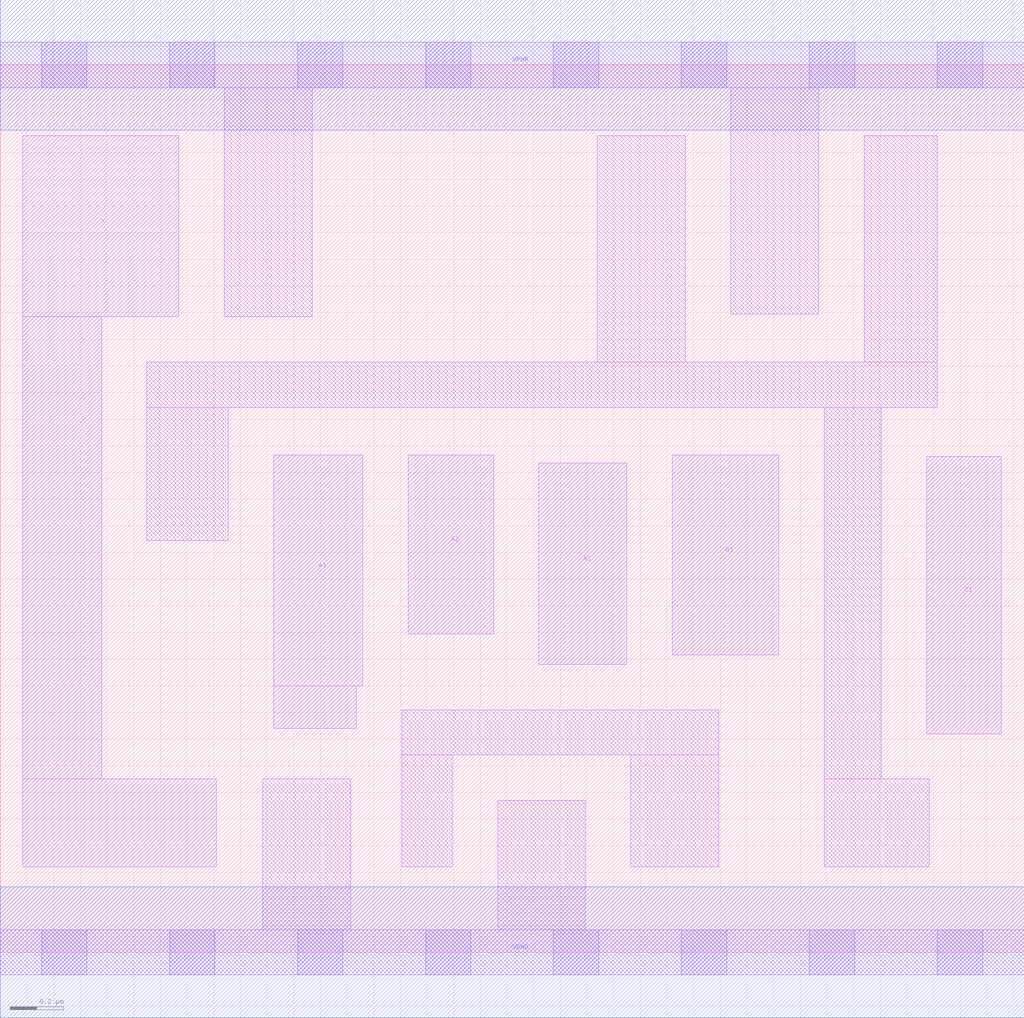
<source format=lef>
# Copyright 2020 The SkyWater PDK Authors
#
# Licensed under the Apache License, Version 2.0 (the "License");
# you may not use this file except in compliance with the License.
# You may obtain a copy of the License at
#
#     https://www.apache.org/licenses/LICENSE-2.0
#
# Unless required by applicable law or agreed to in writing, software
# distributed under the License is distributed on an "AS IS" BASIS,
# WITHOUT WARRANTIES OR CONDITIONS OF ANY KIND, either express or implied.
# See the License for the specific language governing permissions and
# limitations under the License.
#
# SPDX-License-Identifier: Apache-2.0

VERSION 5.7 ;
  NAMESCASESENSITIVE ON ;
  NOWIREEXTENSIONATPIN ON ;
  DIVIDERCHAR "/" ;
  BUSBITCHARS "[]" ;
UNITS
  DATABASE MICRONS 200 ;
END UNITS
MACRO sky130_fd_sc_lp__o311a_0
  CLASS CORE ;
  FOREIGN sky130_fd_sc_lp__o311a_0 ;
  ORIGIN  0.000000  0.000000 ;
  SIZE  3.840000 BY  3.330000 ;
  SYMMETRY X Y R90 ;
  SITE unit ;
  PIN A1
    ANTENNAGATEAREA  0.159000 ;
    DIRECTION INPUT ;
    USE SIGNAL ;
    PORT
      LAYER li1 ;
        RECT 1.025000 0.840000 1.335000 1.000000 ;
        RECT 1.025000 1.000000 1.360000 1.865000 ;
    END
  END A1
  PIN A2
    ANTENNAGATEAREA  0.159000 ;
    DIRECTION INPUT ;
    USE SIGNAL ;
    PORT
      LAYER li1 ;
        RECT 1.530000 1.195000 1.850000 1.865000 ;
    END
  END A2
  PIN A3
    ANTENNAGATEAREA  0.159000 ;
    DIRECTION INPUT ;
    USE SIGNAL ;
    PORT
      LAYER li1 ;
        RECT 2.020000 1.080000 2.350000 1.835000 ;
    END
  END A3
  PIN B1
    ANTENNAGATEAREA  0.159000 ;
    DIRECTION INPUT ;
    USE SIGNAL ;
    PORT
      LAYER li1 ;
        RECT 2.520000 1.115000 2.920000 1.865000 ;
    END
  END B1
  PIN C1
    ANTENNAGATEAREA  0.159000 ;
    DIRECTION INPUT ;
    USE SIGNAL ;
    PORT
      LAYER li1 ;
        RECT 3.475000 0.820000 3.755000 1.860000 ;
    END
  END C1
  PIN X
    ANTENNADIFFAREA  0.423700 ;
    DIRECTION OUTPUT ;
    USE SIGNAL ;
    PORT
      LAYER li1 ;
        RECT 0.085000 0.320000 0.810000 0.650000 ;
        RECT 0.085000 0.650000 0.380000 2.385000 ;
        RECT 0.085000 2.385000 0.670000 3.065000 ;
    END
  END X
  PIN VGND
    DIRECTION INOUT ;
    USE GROUND ;
    PORT
      LAYER met1 ;
        RECT 0.000000 -0.245000 3.840000 0.245000 ;
    END
  END VGND
  PIN VPWR
    DIRECTION INOUT ;
    USE POWER ;
    PORT
      LAYER met1 ;
        RECT 0.000000 3.085000 3.840000 3.575000 ;
    END
  END VPWR
  OBS
    LAYER li1 ;
      RECT 0.000000 -0.085000 3.840000 0.085000 ;
      RECT 0.000000  3.245000 3.840000 3.415000 ;
      RECT 0.550000  1.545000 0.855000 2.045000 ;
      RECT 0.550000  2.045000 3.515000 2.215000 ;
      RECT 0.840000  2.385000 1.170000 3.245000 ;
      RECT 0.985000  0.085000 1.315000 0.650000 ;
      RECT 1.505000  0.320000 1.695000 0.740000 ;
      RECT 1.505000  0.740000 2.695000 0.910000 ;
      RECT 1.865000  0.085000 2.195000 0.570000 ;
      RECT 2.240000  2.215000 2.570000 3.065000 ;
      RECT 2.365000  0.320000 2.695000 0.740000 ;
      RECT 2.740000  2.395000 3.070000 3.245000 ;
      RECT 3.090000  0.320000 3.485000 0.650000 ;
      RECT 3.090000  0.650000 3.305000 2.045000 ;
      RECT 3.240000  2.215000 3.515000 3.065000 ;
    LAYER mcon ;
      RECT 0.155000 -0.085000 0.325000 0.085000 ;
      RECT 0.155000  3.245000 0.325000 3.415000 ;
      RECT 0.635000 -0.085000 0.805000 0.085000 ;
      RECT 0.635000  3.245000 0.805000 3.415000 ;
      RECT 1.115000 -0.085000 1.285000 0.085000 ;
      RECT 1.115000  3.245000 1.285000 3.415000 ;
      RECT 1.595000 -0.085000 1.765000 0.085000 ;
      RECT 1.595000  3.245000 1.765000 3.415000 ;
      RECT 2.075000 -0.085000 2.245000 0.085000 ;
      RECT 2.075000  3.245000 2.245000 3.415000 ;
      RECT 2.555000 -0.085000 2.725000 0.085000 ;
      RECT 2.555000  3.245000 2.725000 3.415000 ;
      RECT 3.035000 -0.085000 3.205000 0.085000 ;
      RECT 3.035000  3.245000 3.205000 3.415000 ;
      RECT 3.515000 -0.085000 3.685000 0.085000 ;
      RECT 3.515000  3.245000 3.685000 3.415000 ;
  END
END sky130_fd_sc_lp__o311a_0
END LIBRARY

</source>
